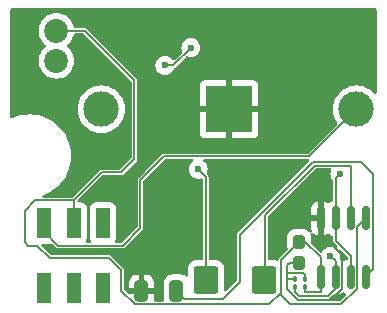
<source format=gbr>
%TF.GenerationSoftware,KiCad,Pcbnew,8.0.7*%
%TF.CreationDate,2025-01-07T22:37:39-03:00*%
%TF.ProjectId,organator,6f726761-6e61-4746-9f72-2e6b69636164,rev?*%
%TF.SameCoordinates,Original*%
%TF.FileFunction,Copper,L2,Bot*%
%TF.FilePolarity,Positive*%
%FSLAX46Y46*%
G04 Gerber Fmt 4.6, Leading zero omitted, Abs format (unit mm)*
G04 Created by KiCad (PCBNEW 8.0.7) date 2025-01-07 22:37:39*
%MOMM*%
%LPD*%
G01*
G04 APERTURE LIST*
G04 Aperture macros list*
%AMRoundRect*
0 Rectangle with rounded corners*
0 $1 Rounding radius*
0 $2 $3 $4 $5 $6 $7 $8 $9 X,Y pos of 4 corners*
0 Add a 4 corners polygon primitive as box body*
4,1,4,$2,$3,$4,$5,$6,$7,$8,$9,$2,$3,0*
0 Add four circle primitives for the rounded corners*
1,1,$1+$1,$2,$3*
1,1,$1+$1,$4,$5*
1,1,$1+$1,$6,$7*
1,1,$1+$1,$8,$9*
0 Add four rect primitives between the rounded corners*
20,1,$1+$1,$2,$3,$4,$5,0*
20,1,$1+$1,$4,$5,$6,$7,0*
20,1,$1+$1,$6,$7,$8,$9,0*
20,1,$1+$1,$8,$9,$2,$3,0*%
G04 Aperture macros list end*
%TA.AperFunction,ComponentPad*%
%ADD10C,2.020000*%
%TD*%
%TA.AperFunction,SMDPad,CuDef*%
%ADD11RoundRect,0.100000X0.100000X-0.130000X0.100000X0.130000X-0.100000X0.130000X-0.100000X-0.130000X0*%
%TD*%
%TA.AperFunction,SMDPad,CuDef*%
%ADD12RoundRect,0.250000X-0.275000X0.312500X-0.275000X-0.312500X0.275000X-0.312500X0.275000X0.312500X0*%
%TD*%
%TA.AperFunction,SMDPad,CuDef*%
%ADD13RoundRect,0.250000X0.325000X0.650000X-0.325000X0.650000X-0.325000X-0.650000X0.325000X-0.650000X0*%
%TD*%
%TA.AperFunction,SMDPad,CuDef*%
%ADD14RoundRect,0.250000X-0.787500X-0.925000X0.787500X-0.925000X0.787500X0.925000X-0.787500X0.925000X0*%
%TD*%
%TA.AperFunction,SMDPad,CuDef*%
%ADD15R,1.200000X2.500000*%
%TD*%
%TA.AperFunction,SMDPad,CuDef*%
%ADD16R,3.960000X3.960000*%
%TD*%
%TA.AperFunction,ComponentPad*%
%ADD17C,3.000000*%
%TD*%
%TA.AperFunction,SMDPad,CuDef*%
%ADD18RoundRect,0.150000X-0.150000X0.825000X-0.150000X-0.825000X0.150000X-0.825000X0.150000X0.825000X0*%
%TD*%
%TA.AperFunction,ViaPad*%
%ADD19C,0.600000*%
%TD*%
%TA.AperFunction,Conductor*%
%ADD20C,0.200000*%
%TD*%
G04 APERTURE END LIST*
D10*
%TO.P,J1,1*%
%TO.N,Net-(D2-A)*%
X107900000Y-102450000D03*
%TO.P,J1,2*%
%TO.N,3V*%
X107900000Y-99910000D03*
%TD*%
D11*
%TO.P,C2,1*%
%TO.N,3V*%
X128950000Y-121575000D03*
%TO.P,C2,2*%
%TO.N,GND*%
X128950000Y-120935000D03*
%TD*%
D12*
%TO.P,C3,1*%
%TO.N,3V*%
X128450000Y-117775000D03*
%TO.P,C3,2*%
%TO.N,GND*%
X128450000Y-119550000D03*
%TD*%
D13*
%TO.P,C4,1*%
%TO.N,Net-(U1-CV)*%
X118050000Y-121950000D03*
%TO.P,C4,2*%
%TO.N,GND*%
X115100000Y-121950000D03*
%TD*%
D14*
%TO.P,C5,1*%
%TO.N,Net-(Q1-B)*%
X120575000Y-121000000D03*
%TO.P,C5,2*%
%TO.N,555_OUT*%
X125500000Y-121000000D03*
%TD*%
D15*
%TO.P,S1,1*%
%TO.N,Net-(BT1-PadS+1)*%
X106850000Y-116200000D03*
%TO.P,S1,2*%
%TO.N,3V*%
X109350000Y-116200000D03*
%TO.P,S1,3*%
%TO.N,unconnected-(S1-Pad3)*%
X111850000Y-116200000D03*
%TO.P,S1,4*%
%TO.N,unconnected-(S1-Pad4)*%
X106850000Y-121700000D03*
%TO.P,S1,5*%
%TO.N,unconnected-(S1-Pad5)*%
X109350000Y-121700000D03*
%TO.P,S1,6*%
%TO.N,unconnected-(S1-Pad6)*%
X111850000Y-121700000D03*
%TD*%
D16*
%TO.P,BT1,-*%
%TO.N,GND*%
X122500000Y-106550000D03*
D17*
%TO.P,BT1,S+1*%
%TO.N,Net-(BT1-PadS+1)*%
X133300000Y-106550000D03*
%TO.P,BT1,S+2*%
%TO.N,N/C*%
X111700000Y-106550000D03*
%TD*%
D18*
%TO.P,U1,1,GND*%
%TO.N,GND*%
X130260000Y-115800000D03*
%TO.P,U1,2,TR*%
%TO.N,K1*%
X131530000Y-115800000D03*
%TO.P,U1,3,Q*%
%TO.N,555_OUT*%
X132800000Y-115800000D03*
%TO.P,U1,4,R*%
%TO.N,3V*%
X134070000Y-115800000D03*
%TO.P,U1,5,CV*%
%TO.N,Net-(U1-CV)*%
X134070000Y-120750000D03*
%TO.P,U1,6,THR*%
%TO.N,K1*%
X132800000Y-120750000D03*
%TO.P,U1,7,DIS*%
%TO.N,K0*%
X131530000Y-120750000D03*
%TO.P,U1,8,VCC*%
%TO.N,3V*%
X130260000Y-120750000D03*
%TD*%
D11*
%TO.P,C1,1*%
%TO.N,K0*%
X128100000Y-121575000D03*
%TO.P,C1,2*%
%TO.N,GND*%
X128100000Y-120935000D03*
%TD*%
D19*
%TO.N,GND*%
X112860000Y-100470000D03*
X114350000Y-101860000D03*
X130370000Y-111960000D03*
X122420000Y-118160000D03*
X112290000Y-112840000D03*
X114740000Y-119480000D03*
X118170000Y-117080000D03*
X131034728Y-117860099D03*
X113550000Y-116650000D03*
X105750000Y-105500000D03*
X126250000Y-118800000D03*
X119300000Y-107330000D03*
%TO.N,K0*%
X131100000Y-119000000D03*
%TO.N,Net-(Q1-B)*%
X119900000Y-111650000D03*
%TO.N,Net-(D2-A)*%
X117075000Y-102850000D03*
X119275000Y-101350000D03*
%TO.N,K1*%
X131900000Y-112050000D03*
%TD*%
D20*
%TO.N,GND*%
X131034728Y-117860099D02*
X131060099Y-117860099D01*
X128950000Y-120935000D02*
X128950000Y-120575000D01*
X128360552Y-122723000D02*
X127450000Y-121812448D01*
X113550000Y-116650000D02*
X113550000Y-114100000D01*
X127450000Y-121812448D02*
X127450000Y-120950000D01*
X132081275Y-118881275D02*
X132081275Y-121791725D01*
X113550000Y-114100000D02*
X112290000Y-112840000D01*
X115100000Y-119840000D02*
X114740000Y-119480000D01*
X131034728Y-117859728D02*
X130260000Y-117085000D01*
X128950000Y-120575000D02*
X128775000Y-120400000D01*
X128100000Y-120935000D02*
X127465000Y-120935000D01*
X127450000Y-120400000D02*
X127450000Y-120950000D01*
X131060099Y-117860099D02*
X132081275Y-118881275D01*
X127450000Y-119750000D02*
X127450000Y-120400000D01*
X128450000Y-119550000D02*
X127650000Y-119550000D01*
X127650000Y-119550000D02*
X127450000Y-119750000D01*
X127465000Y-120935000D02*
X127450000Y-120950000D01*
X131150000Y-122723000D02*
X128360552Y-122723000D01*
X115100000Y-121950000D02*
X115100000Y-119840000D01*
X132081275Y-121791725D02*
X131150000Y-122723000D01*
X128775000Y-120400000D02*
X127450000Y-120400000D01*
X130260000Y-117085000D02*
X130260000Y-115800000D01*
X131034728Y-117860099D02*
X131034728Y-117859728D01*
%TO.N,Net-(BT1-PadS+1)*%
X113500000Y-118100000D02*
X115000000Y-116600000D01*
X115000000Y-112550000D02*
X117000000Y-110550000D01*
X115000000Y-116600000D02*
X115000000Y-112550000D01*
X106850000Y-116900000D02*
X108050000Y-118100000D01*
X117000000Y-110550000D02*
X129300000Y-110550000D01*
X108050000Y-118100000D02*
X113500000Y-118100000D01*
X129300000Y-110550000D02*
X133300000Y-106550000D01*
X106850000Y-116250000D02*
X106850000Y-116900000D01*
%TO.N,K0*%
X128100000Y-122000000D02*
X128100000Y-121575000D01*
X130877999Y-122377000D02*
X128477000Y-122377000D01*
X131530000Y-121724999D02*
X130877999Y-122377000D01*
X131530000Y-120750000D02*
X131530000Y-119430000D01*
X128477000Y-122377000D02*
X128100000Y-122000000D01*
X131530000Y-119430000D02*
X131100000Y-119000000D01*
X131530000Y-120750000D02*
X131530000Y-121724999D01*
%TO.N,Net-(U1-CV)*%
X134070000Y-120750000D02*
X134700000Y-120120000D01*
X134700000Y-120120000D02*
X134700000Y-112050000D01*
X134700000Y-112050000D02*
X133650000Y-111000000D01*
X129600000Y-111000000D02*
X123400000Y-117200000D01*
X123400000Y-117200000D02*
X123400000Y-121200000D01*
X118725000Y-122625000D02*
X118050000Y-121950000D01*
X121975000Y-122625000D02*
X118725000Y-122625000D01*
X123400000Y-121200000D02*
X121975000Y-122625000D01*
X133650000Y-111000000D02*
X129600000Y-111000000D01*
%TO.N,555_OUT*%
X132800000Y-111327000D02*
X129773000Y-111327000D01*
X132800000Y-115800000D02*
X132800000Y-111327000D01*
X125550000Y-115550000D02*
X125550000Y-120975000D01*
X129773000Y-111327000D02*
X125550000Y-115550000D01*
%TO.N,Net-(Q1-B)*%
X120575000Y-112325000D02*
X119900000Y-111650000D01*
X120575000Y-121000000D02*
X120575000Y-112325000D01*
%TO.N,3V*%
X105500000Y-118100000D02*
X105200000Y-117800000D01*
X128975000Y-117775000D02*
X128450000Y-117775000D01*
X114570494Y-123077000D02*
X113400000Y-121906506D01*
X126900000Y-122075000D02*
X125898000Y-123077000D01*
X127650000Y-123050000D02*
X126900000Y-122300000D01*
X130260000Y-119060000D02*
X128975000Y-117775000D01*
X107325000Y-119150000D02*
X106275000Y-118100000D01*
X105200000Y-115175000D02*
X106100000Y-114275000D01*
X114500000Y-110775000D02*
X113375000Y-111900000D01*
X130200000Y-122050000D02*
X129000000Y-122050000D01*
X125898000Y-123077000D02*
X114570494Y-123077000D01*
X130260000Y-120750000D02*
X130260000Y-119060000D01*
X126900000Y-119325000D02*
X128450000Y-117775000D01*
X105200000Y-117800000D02*
X105200000Y-115175000D01*
X113375000Y-111900000D02*
X111725000Y-111900000D01*
X106275000Y-118100000D02*
X105500000Y-118100000D01*
X106100000Y-114275000D02*
X109350000Y-114275000D01*
X112375000Y-119150000D02*
X107325000Y-119150000D01*
X126900000Y-122075000D02*
X126900000Y-119325000D01*
X109350000Y-114275000D02*
X109350000Y-116200000D01*
X107900000Y-99910000D02*
X110310000Y-99910000D01*
X132012316Y-123050000D02*
X127650000Y-123050000D01*
X126900000Y-122300000D02*
X126900000Y-122075000D01*
X113400000Y-120175000D02*
X112375000Y-119150000D01*
X128950000Y-122000000D02*
X128950000Y-121575000D01*
X111725000Y-111900000D02*
X109350000Y-114275000D01*
X130260000Y-120750000D02*
X130260000Y-121990000D01*
X133327000Y-116543000D02*
X133327000Y-121735316D01*
X134070000Y-115800000D02*
X133327000Y-116543000D01*
X110310000Y-99910000D02*
X114500000Y-104100000D01*
X114500000Y-104100000D02*
X114500000Y-110775000D01*
X113400000Y-121906506D02*
X113400000Y-120175000D01*
X130260000Y-121990000D02*
X130200000Y-122050000D01*
X133327000Y-121735316D02*
X132012316Y-123050000D01*
X129000000Y-122050000D02*
X128950000Y-122000000D01*
%TO.N,Net-(D2-A)*%
X117775000Y-102850000D02*
X119275000Y-101350000D01*
X117075000Y-102850000D02*
X117775000Y-102850000D01*
%TO.N,K1*%
X132800000Y-118950000D02*
X131530000Y-117680000D01*
X131530000Y-117680000D02*
X131530000Y-115800000D01*
X132800000Y-120750000D02*
X132800000Y-118950000D01*
X131530000Y-115800000D02*
X131530000Y-112420000D01*
X131530000Y-112420000D02*
X131900000Y-112050000D01*
%TD*%
%TA.AperFunction,Conductor*%
%TO.N,GND*%
G36*
X119420593Y-110797185D02*
G01*
X119466348Y-110849989D01*
X119476292Y-110919147D01*
X119447267Y-110982703D01*
X119419527Y-111006492D01*
X119412149Y-111011128D01*
X119397737Y-111020184D01*
X119270184Y-111147737D01*
X119174211Y-111300476D01*
X119114631Y-111470745D01*
X119114630Y-111470750D01*
X119094435Y-111649996D01*
X119094435Y-111650003D01*
X119114630Y-111829249D01*
X119114631Y-111829254D01*
X119174211Y-111999523D01*
X119195254Y-112033012D01*
X119270184Y-112152262D01*
X119397738Y-112279816D01*
X119550478Y-112375789D01*
X119674634Y-112419233D01*
X119720745Y-112435368D01*
X119720750Y-112435369D01*
X119899996Y-112455565D01*
X119900000Y-112455565D01*
X119900004Y-112455565D01*
X120079249Y-112435369D01*
X120079252Y-112435368D01*
X120079255Y-112435368D01*
X120079256Y-112435367D01*
X120079259Y-112435367D01*
X120125366Y-112419233D01*
X120182546Y-112399224D01*
X120252323Y-112395662D01*
X120312951Y-112430391D01*
X120345178Y-112492384D01*
X120347500Y-112516266D01*
X120347500Y-119200500D01*
X120327815Y-119267539D01*
X120275011Y-119313294D01*
X120223500Y-119324500D01*
X119737498Y-119324500D01*
X119737480Y-119324501D01*
X119634703Y-119335000D01*
X119634700Y-119335001D01*
X119468168Y-119390185D01*
X119468163Y-119390187D01*
X119318842Y-119482289D01*
X119194789Y-119606342D01*
X119102687Y-119755663D01*
X119102686Y-119755666D01*
X119047501Y-119922203D01*
X119047501Y-119922204D01*
X119047500Y-119922204D01*
X119037000Y-120024983D01*
X119037000Y-120604369D01*
X119017315Y-120671408D01*
X118964511Y-120717163D01*
X118895353Y-120727107D01*
X118847904Y-120709908D01*
X118694340Y-120615189D01*
X118694335Y-120615187D01*
X118694334Y-120615186D01*
X118527797Y-120560001D01*
X118527795Y-120560000D01*
X118425010Y-120549500D01*
X117674998Y-120549500D01*
X117674980Y-120549501D01*
X117572203Y-120560000D01*
X117572200Y-120560001D01*
X117405668Y-120615185D01*
X117405663Y-120615187D01*
X117256342Y-120707289D01*
X117132289Y-120831342D01*
X117040187Y-120980663D01*
X117040185Y-120980668D01*
X117015752Y-121054404D01*
X116985001Y-121147203D01*
X116985001Y-121147204D01*
X116985000Y-121147204D01*
X116974500Y-121249983D01*
X116974500Y-122650001D01*
X116974501Y-122650019D01*
X116980925Y-122712899D01*
X116968155Y-122781592D01*
X116920274Y-122832476D01*
X116857567Y-122849500D01*
X116291930Y-122849500D01*
X116224891Y-122829815D01*
X116179136Y-122777011D01*
X116168572Y-122712897D01*
X116174999Y-122649986D01*
X116175000Y-122649973D01*
X116175000Y-122200000D01*
X114066589Y-122200000D01*
X113999550Y-122180315D01*
X113978908Y-122163681D01*
X113663819Y-121848592D01*
X113630334Y-121787269D01*
X113627500Y-121760911D01*
X113627500Y-121250013D01*
X114025000Y-121250013D01*
X114025000Y-121700000D01*
X114850000Y-121700000D01*
X115350000Y-121700000D01*
X116174999Y-121700000D01*
X116174999Y-121250028D01*
X116174998Y-121250013D01*
X116164505Y-121147302D01*
X116109358Y-120980880D01*
X116109356Y-120980875D01*
X116017315Y-120831654D01*
X115893345Y-120707684D01*
X115744124Y-120615643D01*
X115744119Y-120615641D01*
X115577697Y-120560494D01*
X115577690Y-120560493D01*
X115474986Y-120550000D01*
X115350000Y-120550000D01*
X115350000Y-121700000D01*
X114850000Y-121700000D01*
X114850000Y-120550000D01*
X114725027Y-120550000D01*
X114725012Y-120550001D01*
X114622302Y-120560494D01*
X114455880Y-120615641D01*
X114455875Y-120615643D01*
X114306654Y-120707684D01*
X114182684Y-120831654D01*
X114090643Y-120980875D01*
X114090641Y-120980880D01*
X114035494Y-121147302D01*
X114035493Y-121147309D01*
X114025000Y-121250013D01*
X113627500Y-121250013D01*
X113627500Y-120129748D01*
X113627498Y-120129743D01*
X113592868Y-120046134D01*
X113592866Y-120046132D01*
X112503869Y-118957136D01*
X112503868Y-118957135D01*
X112420253Y-118922500D01*
X107470595Y-118922500D01*
X107403556Y-118902815D01*
X107382914Y-118886181D01*
X106658913Y-118162180D01*
X106625428Y-118100857D01*
X106630412Y-118031165D01*
X106672284Y-117975232D01*
X106737748Y-117950815D01*
X106746594Y-117950499D01*
X107497871Y-117950499D01*
X107497872Y-117950499D01*
X107511923Y-117948988D01*
X107580681Y-117961390D01*
X107612863Y-117984596D01*
X107857135Y-118228868D01*
X107921132Y-118292865D01*
X108004747Y-118327500D01*
X108004748Y-118327500D01*
X113545252Y-118327500D01*
X113545253Y-118327500D01*
X113628868Y-118292865D01*
X113628870Y-118292863D01*
X113628871Y-118292863D01*
X115192862Y-116728871D01*
X115192865Y-116728868D01*
X115195502Y-116722501D01*
X115227500Y-116645253D01*
X115227500Y-112695595D01*
X115247185Y-112628556D01*
X115263819Y-112607914D01*
X117057914Y-110813819D01*
X117119237Y-110780334D01*
X117145595Y-110777500D01*
X119353554Y-110777500D01*
X119420593Y-110797185D01*
G37*
%TD.AperFunction*%
%TA.AperFunction,Conductor*%
G36*
X132208274Y-122069104D02*
G01*
X132240695Y-122089940D01*
X132241969Y-122088298D01*
X132248132Y-122093078D01*
X132248135Y-122093081D01*
X132343535Y-122149500D01*
X132361489Y-122160118D01*
X132409172Y-122211187D01*
X132421676Y-122279928D01*
X132395031Y-122344518D01*
X132386050Y-122354531D01*
X132260962Y-122479619D01*
X131954400Y-122786182D01*
X131893080Y-122819666D01*
X131866721Y-122822500D01*
X131020343Y-122822500D01*
X130953304Y-122802815D01*
X130907549Y-122750011D01*
X130897605Y-122680853D01*
X130926630Y-122617297D01*
X130972889Y-122583940D01*
X130987631Y-122577832D01*
X131006867Y-122569865D01*
X131314913Y-122261819D01*
X131376236Y-122228334D01*
X131402594Y-122225500D01*
X131745686Y-122225500D01*
X131745694Y-122225500D01*
X131782569Y-122222598D01*
X131782571Y-122222597D01*
X131782573Y-122222597D01*
X131860351Y-122200000D01*
X131940398Y-122176744D01*
X132081865Y-122093081D01*
X132081870Y-122093075D01*
X132088031Y-122088298D01*
X132089933Y-122090750D01*
X132138579Y-122064155D01*
X132208274Y-122069104D01*
G37*
%TD.AperFunction*%
%TA.AperFunction,Conductor*%
G36*
X129268443Y-110797185D02*
G01*
X129314198Y-110849989D01*
X129324142Y-110919147D01*
X129295117Y-110982703D01*
X129289085Y-110989181D01*
X126273495Y-114004772D01*
X123271132Y-117007135D01*
X123207135Y-117071132D01*
X123189460Y-117113802D01*
X123172500Y-117154746D01*
X123172500Y-121054404D01*
X123152815Y-121121443D01*
X123136181Y-121142085D01*
X122324680Y-121953585D01*
X122263357Y-121987070D01*
X122193665Y-121982086D01*
X122137732Y-121940214D01*
X122113315Y-121874750D01*
X122112999Y-121865930D01*
X122112999Y-120024992D01*
X122102499Y-119922203D01*
X122047314Y-119755666D01*
X121955212Y-119606344D01*
X121831156Y-119482288D01*
X121722067Y-119415002D01*
X121681836Y-119390187D01*
X121681831Y-119390185D01*
X121643547Y-119377499D01*
X121515297Y-119335001D01*
X121515295Y-119335000D01*
X121412516Y-119324500D01*
X121412509Y-119324500D01*
X120926500Y-119324500D01*
X120859461Y-119304815D01*
X120813706Y-119252011D01*
X120802500Y-119200500D01*
X120802500Y-112279748D01*
X120802500Y-112279747D01*
X120767865Y-112196132D01*
X120703868Y-112132135D01*
X120666746Y-112095013D01*
X120633261Y-112033690D01*
X120637385Y-111966380D01*
X120675612Y-111857135D01*
X120685367Y-111829259D01*
X120685369Y-111829249D01*
X120705565Y-111650003D01*
X120705565Y-111649996D01*
X120685369Y-111470750D01*
X120685368Y-111470745D01*
X120625789Y-111300478D01*
X120529816Y-111147738D01*
X120402262Y-111020184D01*
X120380473Y-111006493D01*
X120334183Y-110954159D01*
X120323535Y-110885106D01*
X120351910Y-110821257D01*
X120410299Y-110782885D01*
X120446446Y-110777500D01*
X129201404Y-110777500D01*
X129268443Y-110797185D01*
G37*
%TD.AperFunction*%
%TA.AperFunction,Conductor*%
G36*
X132001730Y-118473792D02*
G01*
X132007259Y-118478993D01*
X132536181Y-119007914D01*
X132569666Y-119069237D01*
X132572500Y-119095595D01*
X132572500Y-119177017D01*
X132552815Y-119244056D01*
X132500011Y-119289811D01*
X132483095Y-119296093D01*
X132389606Y-119323254D01*
X132389603Y-119323255D01*
X132248137Y-119406917D01*
X132241969Y-119411702D01*
X132240072Y-119409256D01*
X132191358Y-119435857D01*
X132121666Y-119430873D01*
X132089296Y-119410069D01*
X132088031Y-119411702D01*
X132081862Y-119406917D01*
X132002062Y-119359724D01*
X131940545Y-119323342D01*
X131892863Y-119272275D01*
X131880359Y-119203534D01*
X131884271Y-119186140D01*
X131883820Y-119186037D01*
X131885369Y-119179251D01*
X131905565Y-119000003D01*
X131905565Y-118999996D01*
X131885369Y-118820750D01*
X131885368Y-118820745D01*
X131861013Y-118751143D01*
X131825789Y-118650478D01*
X131825787Y-118650475D01*
X131825787Y-118650474D01*
X131814586Y-118632648D01*
X131795584Y-118565412D01*
X131815950Y-118498576D01*
X131869217Y-118453361D01*
X131938473Y-118444122D01*
X132001730Y-118473792D01*
G37*
%TD.AperFunction*%
%TA.AperFunction,Conductor*%
G36*
X131117568Y-111574185D02*
G01*
X131163323Y-111626989D01*
X131173267Y-111696147D01*
X131167570Y-111719455D01*
X131114633Y-111870737D01*
X131114630Y-111870750D01*
X131094435Y-112049996D01*
X131094435Y-112050003D01*
X131114630Y-112229249D01*
X131114631Y-112229254D01*
X131174211Y-112399523D01*
X131270184Y-112552262D01*
X131274525Y-112557705D01*
X131272305Y-112559475D01*
X131299666Y-112609582D01*
X131302500Y-112635940D01*
X131302500Y-114227017D01*
X131282815Y-114294056D01*
X131230011Y-114339811D01*
X131213095Y-114346093D01*
X131119606Y-114373254D01*
X131119603Y-114373255D01*
X130978140Y-114456915D01*
X130971974Y-114461699D01*
X130970174Y-114459379D01*
X130920913Y-114486230D01*
X130851225Y-114481193D01*
X130818992Y-114460461D01*
X130817722Y-114462100D01*
X130811552Y-114457314D01*
X130670196Y-114373717D01*
X130670193Y-114373716D01*
X130512494Y-114327900D01*
X130512497Y-114327900D01*
X130510000Y-114327703D01*
X130510000Y-117272295D01*
X130510001Y-117272295D01*
X130512486Y-117272100D01*
X130670198Y-117226281D01*
X130811550Y-117142686D01*
X130817717Y-117137903D01*
X130819630Y-117140369D01*
X130868222Y-117113802D01*
X130937917Y-117118749D01*
X130970762Y-117139853D01*
X130971969Y-117138298D01*
X130978132Y-117143078D01*
X130978135Y-117143081D01*
X131119602Y-117226744D01*
X131213097Y-117253907D01*
X131271980Y-117291511D01*
X131301187Y-117354984D01*
X131302500Y-117372982D01*
X131302500Y-117634747D01*
X131302500Y-117725253D01*
X131336587Y-117807546D01*
X131337136Y-117808870D01*
X131621005Y-118092739D01*
X131654490Y-118154062D01*
X131649506Y-118223754D01*
X131607634Y-118279687D01*
X131542170Y-118304104D01*
X131473897Y-118289252D01*
X131467352Y-118285414D01*
X131449523Y-118274211D01*
X131279254Y-118214631D01*
X131279249Y-118214630D01*
X131100004Y-118194435D01*
X131099996Y-118194435D01*
X130920750Y-118214630D01*
X130920745Y-118214631D01*
X130750476Y-118274211D01*
X130597737Y-118370184D01*
X130470182Y-118497739D01*
X130378988Y-118642873D01*
X130326653Y-118689163D01*
X130257600Y-118699811D01*
X130193752Y-118671436D01*
X130186314Y-118664581D01*
X129511818Y-117990085D01*
X129478333Y-117928762D01*
X129475499Y-117902404D01*
X129475499Y-117412498D01*
X129475498Y-117412481D01*
X129464999Y-117309703D01*
X129453357Y-117274570D01*
X129426147Y-117192458D01*
X129423746Y-117122632D01*
X129459477Y-117062590D01*
X129521998Y-117031397D01*
X129591457Y-117038957D01*
X129631535Y-117065775D01*
X129708438Y-117142678D01*
X129708447Y-117142685D01*
X129849801Y-117226281D01*
X130007514Y-117272100D01*
X130007511Y-117272100D01*
X130009998Y-117272295D01*
X130010000Y-117272295D01*
X130010000Y-116050000D01*
X129460000Y-116050000D01*
X129460000Y-116690649D01*
X129462899Y-116727489D01*
X129496686Y-116843785D01*
X129496486Y-116913654D01*
X129458543Y-116972324D01*
X129394905Y-117001167D01*
X129325775Y-116991025D01*
X129289928Y-116966060D01*
X129193657Y-116869789D01*
X129193656Y-116869788D01*
X129044334Y-116777686D01*
X128877797Y-116722501D01*
X128877795Y-116722500D01*
X128775010Y-116712000D01*
X128124998Y-116712000D01*
X128124980Y-116712001D01*
X128022203Y-116722500D01*
X128022200Y-116722501D01*
X127855668Y-116777685D01*
X127855663Y-116777687D01*
X127706342Y-116869789D01*
X127582289Y-116993842D01*
X127490187Y-117143163D01*
X127490185Y-117143168D01*
X127486348Y-117154747D01*
X127435001Y-117309703D01*
X127435001Y-117309704D01*
X127435000Y-117309704D01*
X127424500Y-117412483D01*
X127424500Y-118137501D01*
X127424501Y-118137519D01*
X127435000Y-118240296D01*
X127435001Y-118240299D01*
X127467682Y-118338923D01*
X127470084Y-118408752D01*
X127437657Y-118465608D01*
X126903271Y-118999996D01*
X126771132Y-119132135D01*
X126749034Y-119154233D01*
X126707134Y-119196132D01*
X126668470Y-119289473D01*
X126624628Y-119343875D01*
X126558334Y-119365939D01*
X126514907Y-119359724D01*
X126440299Y-119335001D01*
X126440295Y-119335000D01*
X126337516Y-119324500D01*
X126337509Y-119324500D01*
X125901500Y-119324500D01*
X125834461Y-119304815D01*
X125788706Y-119252011D01*
X125777500Y-119200500D01*
X125777500Y-115695595D01*
X125797185Y-115628556D01*
X125813819Y-115607914D01*
X126512383Y-114909350D01*
X129460000Y-114909350D01*
X129460000Y-115550000D01*
X130010000Y-115550000D01*
X130010000Y-114327703D01*
X130007503Y-114327900D01*
X129849806Y-114373716D01*
X129849803Y-114373717D01*
X129708447Y-114457314D01*
X129708438Y-114457321D01*
X129592321Y-114573438D01*
X129592314Y-114573447D01*
X129508717Y-114714803D01*
X129508716Y-114714806D01*
X129462900Y-114872504D01*
X129462899Y-114872510D01*
X129460000Y-114909350D01*
X126512383Y-114909350D01*
X129830915Y-111590819D01*
X129892238Y-111557334D01*
X129918596Y-111554500D01*
X131050529Y-111554500D01*
X131117568Y-111574185D01*
G37*
%TD.AperFunction*%
%TA.AperFunction,Conductor*%
G36*
X134942539Y-98020185D02*
G01*
X134988294Y-98072989D01*
X134999500Y-98124500D01*
X134999500Y-105121003D01*
X134979815Y-105188042D01*
X134927011Y-105233797D01*
X134857853Y-105243741D01*
X134794297Y-105214716D01*
X134787819Y-105208684D01*
X134613405Y-105034270D01*
X134613387Y-105034254D01*
X134384317Y-104862775D01*
X134384309Y-104862770D01*
X134133166Y-104725635D01*
X134133167Y-104725635D01*
X134025915Y-104685632D01*
X133865046Y-104625631D01*
X133865043Y-104625630D01*
X133865037Y-104625628D01*
X133585433Y-104564804D01*
X133300001Y-104544390D01*
X133299999Y-104544390D01*
X133014566Y-104564804D01*
X132734962Y-104625628D01*
X132466833Y-104725635D01*
X132215690Y-104862770D01*
X132215682Y-104862775D01*
X131986612Y-105034254D01*
X131986594Y-105034270D01*
X131784270Y-105236594D01*
X131784254Y-105236612D01*
X131612775Y-105465682D01*
X131612770Y-105465690D01*
X131475635Y-105716833D01*
X131375628Y-105984962D01*
X131314804Y-106264566D01*
X131294390Y-106549998D01*
X131294390Y-106550001D01*
X131314804Y-106835433D01*
X131375628Y-107115037D01*
X131375630Y-107115043D01*
X131375631Y-107115046D01*
X131475633Y-107383161D01*
X131475635Y-107383166D01*
X131612770Y-107634309D01*
X131612775Y-107634317D01*
X131668758Y-107709102D01*
X131693175Y-107774567D01*
X131678323Y-107842839D01*
X131657172Y-107871093D01*
X129242086Y-110286181D01*
X129180763Y-110319666D01*
X129154405Y-110322500D01*
X116954746Y-110322500D01*
X116871129Y-110357136D01*
X115357530Y-111870737D01*
X114871132Y-112357135D01*
X114807135Y-112421132D01*
X114801238Y-112435369D01*
X114772500Y-112504746D01*
X114772500Y-116454405D01*
X114752815Y-116521444D01*
X114736181Y-116542086D01*
X113442086Y-117836181D01*
X113380763Y-117869666D01*
X113354405Y-117872500D01*
X113004408Y-117872500D01*
X112937369Y-117852815D01*
X112891614Y-117800011D01*
X112881670Y-117730853D01*
X112891611Y-117700981D01*
X112890697Y-117700641D01*
X112940733Y-117566485D01*
X112944091Y-117557483D01*
X112950500Y-117497873D01*
X112950499Y-114902128D01*
X112944091Y-114842517D01*
X112893796Y-114707669D01*
X112893795Y-114707668D01*
X112893793Y-114707664D01*
X112807547Y-114592455D01*
X112807544Y-114592452D01*
X112692335Y-114506206D01*
X112692328Y-114506202D01*
X112557482Y-114455908D01*
X112557483Y-114455908D01*
X112497883Y-114449501D01*
X112497881Y-114449500D01*
X112497873Y-114449500D01*
X112497864Y-114449500D01*
X111202129Y-114449500D01*
X111202123Y-114449501D01*
X111142516Y-114455908D01*
X111007671Y-114506202D01*
X111007664Y-114506206D01*
X110892455Y-114592452D01*
X110892452Y-114592455D01*
X110806206Y-114707664D01*
X110806202Y-114707671D01*
X110755908Y-114842517D01*
X110752684Y-114872510D01*
X110749501Y-114902123D01*
X110749500Y-114902135D01*
X110749500Y-117497870D01*
X110749501Y-117497876D01*
X110755908Y-117557483D01*
X110809303Y-117700641D01*
X110807119Y-117701455D01*
X110819275Y-117757354D01*
X110794854Y-117822817D01*
X110738918Y-117864685D01*
X110695592Y-117872500D01*
X110504408Y-117872500D01*
X110437369Y-117852815D01*
X110391614Y-117800011D01*
X110381670Y-117730853D01*
X110391611Y-117700981D01*
X110390697Y-117700641D01*
X110440733Y-117566485D01*
X110444091Y-117557483D01*
X110450500Y-117497873D01*
X110450499Y-114902128D01*
X110444091Y-114842517D01*
X110393796Y-114707669D01*
X110393795Y-114707668D01*
X110393793Y-114707664D01*
X110307547Y-114592455D01*
X110307544Y-114592452D01*
X110192335Y-114506206D01*
X110192328Y-114506202D01*
X110057482Y-114455908D01*
X110057483Y-114455908D01*
X109997883Y-114449501D01*
X109997881Y-114449500D01*
X109997873Y-114449500D01*
X109997865Y-114449500D01*
X109796595Y-114449500D01*
X109729556Y-114429815D01*
X109683801Y-114377011D01*
X109673857Y-114307853D01*
X109702882Y-114244297D01*
X109708914Y-114237819D01*
X111782914Y-112163819D01*
X111844237Y-112130334D01*
X111870595Y-112127500D01*
X113420252Y-112127500D01*
X113420253Y-112127500D01*
X113503868Y-112092865D01*
X114692865Y-110903868D01*
X114717483Y-110844435D01*
X114727500Y-110820253D01*
X114727500Y-108577844D01*
X120020000Y-108577844D01*
X120026401Y-108637372D01*
X120026403Y-108637379D01*
X120076645Y-108772086D01*
X120076649Y-108772093D01*
X120162809Y-108887187D01*
X120162812Y-108887190D01*
X120277906Y-108973350D01*
X120277913Y-108973354D01*
X120412620Y-109023596D01*
X120412627Y-109023598D01*
X120472155Y-109029999D01*
X120472172Y-109030000D01*
X122250000Y-109030000D01*
X122750000Y-109030000D01*
X124527828Y-109030000D01*
X124527844Y-109029999D01*
X124587372Y-109023598D01*
X124587379Y-109023596D01*
X124722086Y-108973354D01*
X124722093Y-108973350D01*
X124837187Y-108887190D01*
X124837190Y-108887187D01*
X124923350Y-108772093D01*
X124923354Y-108772086D01*
X124973596Y-108637379D01*
X124973598Y-108637372D01*
X124979999Y-108577844D01*
X124980000Y-108577827D01*
X124980000Y-106800000D01*
X122750000Y-106800000D01*
X122750000Y-109030000D01*
X122250000Y-109030000D01*
X122250000Y-106800000D01*
X120020000Y-106800000D01*
X120020000Y-108577844D01*
X114727500Y-108577844D01*
X114727500Y-104522155D01*
X120020000Y-104522155D01*
X120020000Y-106300000D01*
X122250000Y-106300000D01*
X122750000Y-106300000D01*
X124980000Y-106300000D01*
X124980000Y-104522172D01*
X124979999Y-104522155D01*
X124973598Y-104462627D01*
X124973596Y-104462620D01*
X124923354Y-104327913D01*
X124923350Y-104327906D01*
X124837190Y-104212812D01*
X124837187Y-104212809D01*
X124722093Y-104126649D01*
X124722086Y-104126645D01*
X124587379Y-104076403D01*
X124587372Y-104076401D01*
X124527844Y-104070000D01*
X122750000Y-104070000D01*
X122750000Y-106300000D01*
X122250000Y-106300000D01*
X122250000Y-104070000D01*
X120472155Y-104070000D01*
X120412627Y-104076401D01*
X120412620Y-104076403D01*
X120277913Y-104126645D01*
X120277906Y-104126649D01*
X120162812Y-104212809D01*
X120162809Y-104212812D01*
X120076649Y-104327906D01*
X120076645Y-104327913D01*
X120026403Y-104462620D01*
X120026401Y-104462627D01*
X120020000Y-104522155D01*
X114727500Y-104522155D01*
X114727500Y-104054747D01*
X114719652Y-104035801D01*
X114692868Y-103971134D01*
X113571730Y-102849996D01*
X116269435Y-102849996D01*
X116269435Y-102850003D01*
X116289630Y-103029249D01*
X116289631Y-103029254D01*
X116349211Y-103199523D01*
X116437851Y-103340592D01*
X116445184Y-103352262D01*
X116572738Y-103479816D01*
X116725478Y-103575789D01*
X116895745Y-103635368D01*
X116895750Y-103635369D01*
X117074996Y-103655565D01*
X117075000Y-103655565D01*
X117075004Y-103655565D01*
X117254249Y-103635369D01*
X117254252Y-103635368D01*
X117254255Y-103635368D01*
X117424522Y-103575789D01*
X117577262Y-103479816D01*
X117704816Y-103352262D01*
X117800789Y-103199522D01*
X117829098Y-103118617D01*
X117869818Y-103061843D01*
X117898685Y-103045011D01*
X117903868Y-103042865D01*
X118829986Y-102116745D01*
X118891307Y-102083262D01*
X118958620Y-102087386D01*
X119095745Y-102135368D01*
X119095750Y-102135369D01*
X119274996Y-102155565D01*
X119275000Y-102155565D01*
X119275004Y-102155565D01*
X119454249Y-102135369D01*
X119454252Y-102135368D01*
X119454255Y-102135368D01*
X119624522Y-102075789D01*
X119777262Y-101979816D01*
X119904816Y-101852262D01*
X120000789Y-101699522D01*
X120060368Y-101529255D01*
X120060369Y-101529249D01*
X120080565Y-101350003D01*
X120080565Y-101349996D01*
X120060369Y-101170750D01*
X120060368Y-101170745D01*
X120048140Y-101135799D01*
X120000789Y-101000478D01*
X119904816Y-100847738D01*
X119777262Y-100720184D01*
X119624523Y-100624211D01*
X119454254Y-100564631D01*
X119454249Y-100564630D01*
X119275004Y-100544435D01*
X119274996Y-100544435D01*
X119095750Y-100564630D01*
X119095745Y-100564631D01*
X118925476Y-100624211D01*
X118772737Y-100720184D01*
X118645184Y-100847737D01*
X118549211Y-101000476D01*
X118489631Y-101170745D01*
X118489630Y-101170750D01*
X118469435Y-101349996D01*
X118469435Y-101350003D01*
X118489630Y-101529249D01*
X118489631Y-101529254D01*
X118537613Y-101666377D01*
X118541174Y-101736156D01*
X118508252Y-101795013D01*
X117911509Y-102391756D01*
X117850186Y-102425241D01*
X117780494Y-102420257D01*
X117724561Y-102378385D01*
X117718835Y-102370049D01*
X117717862Y-102368502D01*
X117704816Y-102347738D01*
X117577262Y-102220184D01*
X117474422Y-102155565D01*
X117424523Y-102124211D01*
X117254254Y-102064631D01*
X117254249Y-102064630D01*
X117075004Y-102044435D01*
X117074996Y-102044435D01*
X116895750Y-102064630D01*
X116895745Y-102064631D01*
X116725476Y-102124211D01*
X116572737Y-102220184D01*
X116445184Y-102347737D01*
X116349211Y-102500476D01*
X116289631Y-102670745D01*
X116289630Y-102670750D01*
X116269435Y-102849996D01*
X113571730Y-102849996D01*
X110438870Y-99717136D01*
X110355253Y-99682500D01*
X109496557Y-99682500D01*
X109429518Y-99662815D01*
X109383763Y-99610011D01*
X109375985Y-99587453D01*
X109341013Y-99441786D01*
X109250027Y-99222127D01*
X109250027Y-99222126D01*
X109125800Y-99019407D01*
X109125797Y-99019402D01*
X109070226Y-98954337D01*
X108971388Y-98838612D01*
X108872548Y-98754195D01*
X108790597Y-98684202D01*
X108790592Y-98684199D01*
X108587873Y-98559972D01*
X108368216Y-98468988D01*
X108368214Y-98468987D01*
X108137025Y-98413483D01*
X108137023Y-98413482D01*
X108137020Y-98413482D01*
X107900000Y-98394829D01*
X107662979Y-98413482D01*
X107662975Y-98413483D01*
X107431786Y-98468987D01*
X107431784Y-98468987D01*
X107431783Y-98468988D01*
X107212126Y-98559972D01*
X107009407Y-98684199D01*
X107009402Y-98684202D01*
X106828612Y-98838612D01*
X106674202Y-99019402D01*
X106674199Y-99019407D01*
X106549972Y-99222126D01*
X106458988Y-99441783D01*
X106403482Y-99672979D01*
X106384829Y-99910000D01*
X106403482Y-100147020D01*
X106403482Y-100147023D01*
X106403483Y-100147025D01*
X106458987Y-100378214D01*
X106458988Y-100378216D01*
X106549972Y-100597873D01*
X106674199Y-100800592D01*
X106674202Y-100800597D01*
X106744195Y-100882548D01*
X106828612Y-100981388D01*
X106850964Y-101000478D01*
X106950757Y-101085710D01*
X106988950Y-101144217D01*
X106989448Y-101214085D01*
X106952094Y-101273131D01*
X106950757Y-101274290D01*
X106828612Y-101378612D01*
X106674202Y-101559402D01*
X106674199Y-101559407D01*
X106549972Y-101762126D01*
X106459803Y-101979815D01*
X106458987Y-101981786D01*
X106424794Y-102124211D01*
X106403482Y-102212979D01*
X106384829Y-102450000D01*
X106403482Y-102687020D01*
X106403482Y-102687023D01*
X106403483Y-102687025D01*
X106458987Y-102918214D01*
X106458988Y-102918216D01*
X106549972Y-103137873D01*
X106674199Y-103340592D01*
X106674202Y-103340597D01*
X106744195Y-103422548D01*
X106828612Y-103521388D01*
X106892307Y-103575788D01*
X107009402Y-103675797D01*
X107009407Y-103675800D01*
X107212126Y-103800027D01*
X107289786Y-103832194D01*
X107431786Y-103891013D01*
X107662975Y-103946517D01*
X107900000Y-103965171D01*
X108137025Y-103946517D01*
X108368214Y-103891013D01*
X108587873Y-103800027D01*
X108790595Y-103675799D01*
X108971388Y-103521388D01*
X109125799Y-103340595D01*
X109250027Y-103137873D01*
X109341013Y-102918214D01*
X109396517Y-102687025D01*
X109415171Y-102450000D01*
X109396517Y-102212975D01*
X109341013Y-101981786D01*
X109250027Y-101762127D01*
X109250027Y-101762126D01*
X109125800Y-101559407D01*
X109125797Y-101559402D01*
X109070226Y-101494337D01*
X108971388Y-101378612D01*
X108849242Y-101274290D01*
X108811049Y-101215783D01*
X108810550Y-101145916D01*
X108847904Y-101086869D01*
X108849242Y-101085710D01*
X108849728Y-101085294D01*
X108971388Y-100981388D01*
X109125799Y-100800595D01*
X109250027Y-100597873D01*
X109341013Y-100378214D01*
X109375984Y-100232550D01*
X109410774Y-100171961D01*
X109472800Y-100139797D01*
X109496557Y-100137500D01*
X110164405Y-100137500D01*
X110231444Y-100157185D01*
X110252086Y-100173819D01*
X114236181Y-104157914D01*
X114269666Y-104219237D01*
X114272500Y-104245595D01*
X114272500Y-110629405D01*
X114252815Y-110696444D01*
X114236181Y-110717086D01*
X113317086Y-111636181D01*
X113255763Y-111669666D01*
X113229405Y-111672500D01*
X111679746Y-111672500D01*
X111596129Y-111707136D01*
X109292086Y-114011181D01*
X109230763Y-114044666D01*
X109204405Y-114047500D01*
X106836364Y-114047500D01*
X106769325Y-114027815D01*
X106723570Y-113975011D01*
X106713626Y-113905853D01*
X106742651Y-113842297D01*
X106791926Y-113807736D01*
X106823381Y-113795661D01*
X107053320Y-113707397D01*
X107380762Y-113540558D01*
X107688970Y-113340405D01*
X107974569Y-113109133D01*
X108234428Y-112849274D01*
X108465701Y-112563676D01*
X108665854Y-112255467D01*
X108832694Y-111928026D01*
X108964393Y-111584939D01*
X109059509Y-111229964D01*
X109116998Y-110866993D01*
X109136231Y-110500000D01*
X109116998Y-110133007D01*
X109059509Y-109770036D01*
X108964393Y-109415061D01*
X108832694Y-109071974D01*
X108665854Y-108744533D01*
X108665851Y-108744528D01*
X108465702Y-108436325D01*
X108362448Y-108308817D01*
X108234428Y-108150726D01*
X107974569Y-107890867D01*
X107974564Y-107890863D01*
X107974555Y-107890855D01*
X107688973Y-107659597D01*
X107380764Y-107459442D01*
X107380761Y-107459441D01*
X107053320Y-107292603D01*
X107053321Y-107292603D01*
X106710242Y-107160908D01*
X106710234Y-107160906D01*
X106710232Y-107160905D01*
X106355258Y-107065790D01*
X106355254Y-107065789D01*
X106355253Y-107065789D01*
X105992286Y-107008302D01*
X105625294Y-106989069D01*
X105625292Y-106989069D01*
X105258300Y-107008303D01*
X104895334Y-107065792D01*
X104895332Y-107065792D01*
X104540347Y-107160911D01*
X104197258Y-107292611D01*
X104180791Y-107301002D01*
X104112122Y-107313896D01*
X104047382Y-107287617D01*
X104007128Y-107230509D01*
X104000501Y-107190515D01*
X104000501Y-106549998D01*
X109694390Y-106549998D01*
X109694390Y-106550001D01*
X109714804Y-106835433D01*
X109775628Y-107115037D01*
X109775630Y-107115043D01*
X109775631Y-107115046D01*
X109875633Y-107383161D01*
X109875635Y-107383166D01*
X110012770Y-107634309D01*
X110012775Y-107634317D01*
X110184254Y-107863387D01*
X110184270Y-107863405D01*
X110386594Y-108065729D01*
X110386612Y-108065745D01*
X110615682Y-108237224D01*
X110615690Y-108237229D01*
X110866833Y-108374364D01*
X110866832Y-108374364D01*
X110866836Y-108374365D01*
X110866839Y-108374367D01*
X111134954Y-108474369D01*
X111134960Y-108474370D01*
X111134962Y-108474371D01*
X111414566Y-108535195D01*
X111414568Y-108535195D01*
X111414572Y-108535196D01*
X111668220Y-108553337D01*
X111699999Y-108555610D01*
X111700000Y-108555610D01*
X111700001Y-108555610D01*
X111728595Y-108553564D01*
X111985428Y-108535196D01*
X112265046Y-108474369D01*
X112533161Y-108374367D01*
X112784315Y-108237226D01*
X113013395Y-108065739D01*
X113215739Y-107863395D01*
X113387226Y-107634315D01*
X113524367Y-107383161D01*
X113624369Y-107115046D01*
X113635084Y-107065789D01*
X113685195Y-106835433D01*
X113685195Y-106835432D01*
X113685196Y-106835428D01*
X113705610Y-106550000D01*
X113685196Y-106264572D01*
X113624369Y-105984954D01*
X113524367Y-105716839D01*
X113387226Y-105465685D01*
X113387224Y-105465682D01*
X113215745Y-105236612D01*
X113215729Y-105236594D01*
X113013405Y-105034270D01*
X113013387Y-105034254D01*
X112784317Y-104862775D01*
X112784309Y-104862770D01*
X112533166Y-104725635D01*
X112533167Y-104725635D01*
X112425915Y-104685632D01*
X112265046Y-104625631D01*
X112265043Y-104625630D01*
X112265037Y-104625628D01*
X111985433Y-104564804D01*
X111700001Y-104544390D01*
X111699999Y-104544390D01*
X111414566Y-104564804D01*
X111134962Y-104625628D01*
X110866833Y-104725635D01*
X110615690Y-104862770D01*
X110615682Y-104862775D01*
X110386612Y-105034254D01*
X110386594Y-105034270D01*
X110184270Y-105236594D01*
X110184254Y-105236612D01*
X110012775Y-105465682D01*
X110012770Y-105465690D01*
X109875635Y-105716833D01*
X109775628Y-105984962D01*
X109714804Y-106264566D01*
X109694390Y-106549998D01*
X104000501Y-106549998D01*
X104000501Y-98124500D01*
X104020186Y-98057461D01*
X104072990Y-98011706D01*
X104124501Y-98000500D01*
X134875500Y-98000500D01*
X134942539Y-98020185D01*
G37*
%TD.AperFunction*%
%TD*%
M02*

</source>
